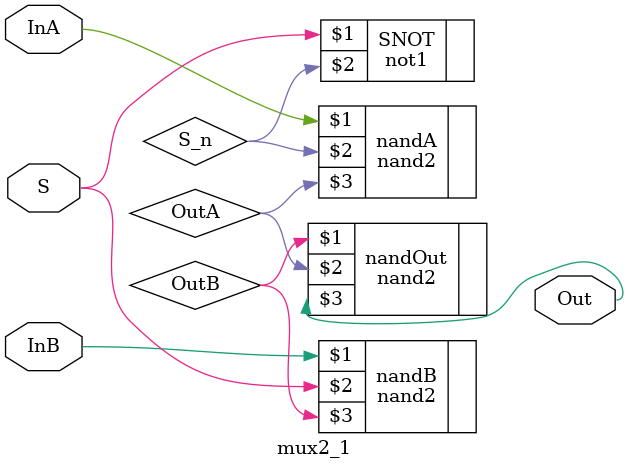
<source format=v>
/*
    CS/ECE 552 Spring '19
    Homework #3, Problem 1
	 Kevin Wilson
    2-1 mux template
*/
module mux2_1(InA, InB, S, Out);
    input   InA, InB;
    input   S;
    output  Out;

	wire OutB, OutA, S_n;

	
	// use NAND and NOT gates to implement a 2-1 mux
	not1 	SNOT(S,S_n);
	nand2 nandB(InB,S,OutB);
	nand2 nandA(InA,S_n,OutA);
	nand2 nandOut(OutB,OutA,Out);
endmodule

</source>
